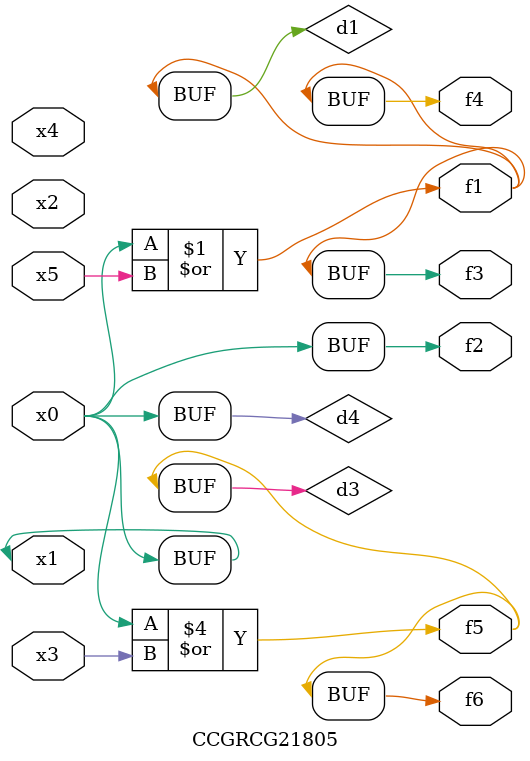
<source format=v>
module CCGRCG21805(
	input x0, x1, x2, x3, x4, x5,
	output f1, f2, f3, f4, f5, f6
);

	wire d1, d2, d3, d4;

	or (d1, x0, x5);
	xnor (d2, x1, x4);
	or (d3, x0, x3);
	buf (d4, x0, x1);
	assign f1 = d1;
	assign f2 = d4;
	assign f3 = d1;
	assign f4 = d1;
	assign f5 = d3;
	assign f6 = d3;
endmodule

</source>
